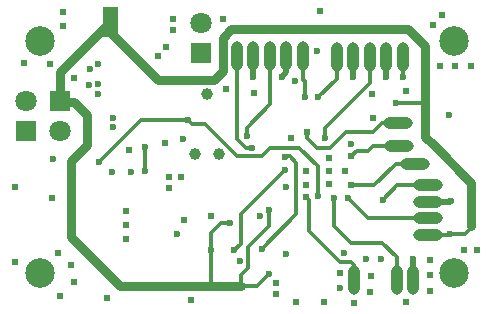
<source format=gbl>
G04 Layer: BottomLayer*
G04 EasyEDA v6.5.40, 2024-02-03 19:01:27*
G04 629f34bd56064ca5b14c1ddf27600c48,2e16165ee3bb4678bfb3015e44e098b9,10*
G04 Gerber Generator version 0.2*
G04 Scale: 100 percent, Rotated: No, Reflected: No *
G04 Dimensions in millimeters *
G04 leading zeros omitted , absolute positions ,4 integer and 5 decimal *
%FSLAX45Y45*%
%MOMM*%

%ADD10C,0.8000*%
%ADD11C,0.3000*%
%ADD12C,0.5000*%
%ADD13O,2.4999949999999997X0.9999979999999999*%
%ADD14O,0.9999979999999999X2.4999949999999997*%
%ADD15C,1.8000*%
%ADD16C,0.0105*%
%ADD17R,1.8000X1.8000*%
%ADD18C,0.9906*%
%ADD19C,2.5000*%
%ADD20C,0.6000*%
%ADD21C,0.6096*%

%LPD*%
G36*
X865174Y-354990D02*
G01*
X861263Y-354228D01*
X857961Y-352044D01*
X855776Y-348742D01*
X855014Y-344830D01*
X855014Y-115163D01*
X855776Y-111252D01*
X857961Y-108000D01*
X861263Y-105765D01*
X865174Y-105003D01*
X974852Y-105003D01*
X978712Y-105765D01*
X982014Y-108000D01*
X984250Y-111252D01*
X985012Y-115163D01*
X985012Y-344830D01*
X984250Y-348742D01*
X982014Y-352044D01*
X978712Y-354228D01*
X974852Y-354990D01*
G37*

%LPD*%
D10*
X2240000Y-290004D02*
G01*
X3439988Y-290004D01*
X3584996Y-435000D01*
X3584996Y-657598D01*
D11*
X2114997Y-1294998D02*
G01*
X2065002Y-1294998D01*
X1989980Y-1219987D01*
X1989980Y-519998D01*
X2075002Y-1199997D02*
G01*
X2075002Y-1124988D01*
X2270000Y-929990D01*
X2270000Y-519998D01*
X2814998Y-1725000D02*
G01*
X2814998Y-1954999D01*
X2959994Y-2099995D01*
X3219983Y-2099995D01*
X3344999Y-2224999D01*
X3344999Y-2419995D01*
X3225043Y-1734870D02*
G01*
X3344923Y-1614985D01*
X3610000Y-1614985D01*
X2929892Y-1724967D02*
G01*
X3099915Y-1894992D01*
X3610000Y-1894992D01*
X2564991Y-870000D02*
G01*
X2564991Y-734999D01*
X2550007Y-720006D01*
X2550007Y-519998D01*
X3394991Y-694997D02*
G01*
X3394991Y-525010D01*
X2679997Y-870000D02*
G01*
X2834990Y-715007D01*
X2834990Y-524997D01*
X2674876Y-1704901D02*
G01*
X2674876Y-1454962D01*
X2515108Y-1294947D01*
X2275047Y-1294947D01*
X2204999Y-1364995D01*
X1989993Y-1364995D01*
X1719994Y-1094996D01*
X1609996Y-1094996D01*
X1579623Y-1064567D01*
X2400051Y-1484939D02*
G01*
X2210048Y-1674931D01*
X1215009Y-1289989D02*
G01*
X1215009Y-1489991D01*
X1215009Y-1489991D01*
D12*
X2975000Y-694997D02*
G01*
X2975000Y-525010D01*
X2129990Y-694997D02*
G01*
X2129990Y-519998D01*
X3254994Y-694997D02*
G01*
X3254994Y-524997D01*
X3484996Y-2240000D02*
G01*
X3484996Y-2419995D01*
X3799992Y-1749996D02*
G01*
X3794993Y-1754987D01*
X3610000Y-1754987D01*
X2370000Y-694997D02*
G01*
X2409997Y-654992D01*
X2409997Y-519998D01*
D10*
X920000Y-235000D02*
G01*
X497098Y-657895D01*
X497098Y-903003D01*
D11*
X1579623Y-1064567D02*
G01*
X1175004Y-1065077D01*
X819998Y-1414995D01*
X1929892Y-1935027D02*
G01*
X1854969Y-1935027D01*
X1774997Y-2014997D01*
X1774997Y-2159998D01*
X1774997Y-2159998D02*
G01*
X1774880Y-2465120D01*
D10*
X1629996Y-719993D02*
G01*
X1794916Y-719993D01*
X1869950Y-644959D01*
X1869950Y-365051D01*
X1944872Y-290121D01*
X2240023Y-290121D01*
X919987Y-315013D02*
G01*
X1324960Y-719993D01*
X1629996Y-719993D01*
D11*
X3339988Y-920000D02*
G01*
X3584996Y-920483D01*
X3794993Y-2029998D02*
G01*
X3789982Y-2035002D01*
X3609987Y-2035002D01*
D10*
X3655788Y-1275786D02*
G01*
X3974988Y-1594998D01*
X3974988Y-1959998D01*
D11*
X3794993Y-2029998D02*
G01*
X3799992Y-2024999D01*
X3924993Y-2024999D01*
X3974988Y-1974999D01*
X3974988Y-1959998D01*
D10*
X497080Y-903020D02*
G01*
X610107Y-905055D01*
X720092Y-1015039D01*
X720092Y-1274881D01*
X584962Y-1410004D01*
X584962Y-2050089D01*
X1000000Y-2465120D01*
X2021842Y-2465120D01*
D11*
X2265001Y-2364996D02*
G01*
X2164867Y-2465120D01*
X2021842Y-2465120D01*
X2021842Y-2465120D02*
G01*
X2024992Y-2461966D01*
X2024992Y-2374993D01*
X2084994Y-2314996D01*
X2084994Y-2140000D01*
X2265001Y-1959998D01*
X2265001Y-1825000D01*
X2210048Y-1674931D02*
G01*
X2024992Y-1859981D01*
X2024992Y-2109998D01*
X1970001Y-2164996D01*
D10*
X3584996Y-657598D02*
G01*
X3584996Y-1204998D01*
X3655788Y-1275786D01*
D11*
X3329993Y-1439999D02*
G01*
X3334992Y-1434998D01*
X3499993Y-1434998D01*
X2960115Y-1614931D02*
G01*
X3155058Y-1614931D01*
X3329993Y-1439997D01*
X2954995Y-1369999D02*
G01*
X3004987Y-1319999D01*
X3105000Y-1319994D01*
X3144987Y-1280007D01*
X3359988Y-1280007D01*
X2584996Y-1159997D02*
G01*
X2584996Y-1214998D01*
X2664995Y-1294998D01*
X2739897Y-1214881D02*
G01*
X2739897Y-1124965D01*
X3115056Y-750062D01*
X3115056Y-525018D01*
X2664965Y-1294892D02*
G01*
X2780035Y-1294892D01*
X2914898Y-1160015D01*
X3144974Y-1160015D01*
X3219978Y-1085011D01*
X3354984Y-1085011D01*
X2400045Y-1374902D02*
G01*
X2404872Y-1370076D01*
X2439924Y-1370076D01*
X2495041Y-1424939D01*
X2495041Y-1860042D01*
X2204974Y-2150110D01*
X2579877Y-1715007D02*
G01*
X2605024Y-1740154D01*
X2605024Y-2005076D01*
X2864865Y-2264918D01*
X2959861Y-2264918D01*
X2985008Y-2290063D01*
X2985008Y-2420112D01*
D13*
G01*
X3499993Y-1434998D03*
G01*
X3359988Y-1280007D03*
G01*
X3354984Y-1085011D03*
D14*
G01*
X2985008Y-2420010D03*
G01*
X3345002Y-2420010D03*
G01*
X3485006Y-2420010D03*
D13*
G01*
X3610000Y-2034997D03*
G01*
X3610000Y-1894992D03*
G01*
X3610000Y-1754987D03*
G01*
X3610000Y-1614982D03*
D14*
G01*
X2550007Y-520014D03*
G01*
X2410002Y-520014D03*
G01*
X2269997Y-520014D03*
G01*
X2129993Y-520014D03*
G01*
X1989988Y-520014D03*
G01*
X3395014Y-524992D03*
G01*
X3255009Y-524992D03*
G01*
X3115005Y-524992D03*
G01*
X2975000Y-524992D03*
G01*
X2834995Y-524992D03*
D15*
G01*
X204978Y-902970D03*
D17*
G01*
X204978Y-1156970D03*
D15*
G01*
X1685036Y-243078D03*
D17*
G01*
X1685036Y-497078D03*
D15*
G01*
X497078Y-1156970D03*
D17*
G01*
X497078Y-902970D03*
D18*
G01*
X1841500Y-1349298D03*
G01*
X1638300Y-1349298D03*
G01*
X1739900Y-841298D03*
D19*
G01*
X324993Y-389991D03*
G01*
X324993Y-2354986D03*
G01*
X3829989Y-394995D03*
G01*
X3829989Y-2353005D03*
D20*
G01*
X939800Y-1044498D03*
G01*
X815009Y-759993D03*
G01*
X812800Y-841298D03*
G01*
X734999Y-764997D03*
G01*
X745007Y-629996D03*
G01*
X812800Y-587298D03*
G01*
X939800Y-1120698D03*
G01*
X2115007Y-1294993D03*
G01*
X2075002Y-1199997D03*
G01*
X1534998Y-1219987D03*
G01*
X1485011Y-2024989D03*
G01*
X2564993Y-870000D03*
G01*
X3085007Y-2240000D03*
G01*
X3210001Y-2240000D03*
G01*
X2929890Y-1724964D03*
G01*
X3225038Y-1734870D03*
G01*
X2815005Y-1724990D03*
G01*
X2675000Y-1705000D03*
G01*
X1579575Y-1064513D03*
G01*
X2680004Y-870000D03*
G01*
X2739999Y-1215009D03*
G01*
X3394989Y-694994D03*
G01*
X2399995Y-1375003D03*
G01*
X2399995Y-1484985D03*
G01*
X1969998Y-2164994D03*
G01*
X2410002Y-1629994D03*
G01*
X2204999Y-2149982D03*
G01*
X2954985Y-1264996D03*
G01*
X2485009Y-734999D03*
G01*
X2020011Y-2254986D03*
G01*
X1215009Y-1289989D03*
G01*
X1215009Y-1489989D03*
G01*
X2669997Y-475005D03*
G01*
X2975000Y-694994D03*
G01*
X2129993Y-694994D03*
G01*
X3255009Y-694994D03*
G01*
X436803Y-1387500D03*
G01*
X934999Y-1499996D03*
G01*
X1094994Y-1499996D03*
G01*
X2859989Y-2480005D03*
G01*
X2404999Y-2199995D03*
G01*
X2899994Y-2184984D03*
G01*
X3485006Y-2240000D03*
G01*
X3799992Y-1750009D03*
G01*
X3785006Y-1015009D03*
G01*
X2369997Y-694994D03*
G01*
X920013Y-154990D03*
G01*
X920013Y-235000D03*
G01*
X920013Y-315010D03*
G01*
X820013Y-1415008D03*
G01*
X584962Y-1639874D03*
G01*
X1775002Y-2159990D03*
G01*
X1929892Y-1935022D03*
G01*
X2185009Y-1875002D03*
G01*
X2240000Y-289991D03*
G01*
X2264994Y-2364994D03*
G01*
X2264994Y-1824989D03*
G01*
X1629994Y-719988D03*
G01*
X3339998Y-919987D03*
G01*
X3655796Y-1275791D03*
G01*
X3585006Y-770001D03*
G01*
X3794988Y-2029993D03*
D21*
G01*
X610006Y-2434996D03*
G01*
X585012Y-2285009D03*
G01*
X494995Y-2554986D03*
G01*
X185013Y-580009D03*
G01*
X515010Y-145008D03*
G01*
X515010Y-264998D03*
G01*
X3710000Y-599998D03*
G01*
X3834993Y-599998D03*
G01*
X3969994Y-599998D03*
G01*
X3650005Y-254990D03*
G01*
X3629990Y-2250008D03*
G01*
X3629990Y-2375001D03*
G01*
X3629990Y-2504998D03*
G01*
X2324988Y-2445004D03*
G01*
X2324988Y-2534996D03*
G01*
X1540002Y-1910003D03*
G01*
X1415008Y-1540002D03*
G01*
X1419987Y-1640001D03*
G01*
X1515008Y-1540002D03*
G01*
X889990Y-2564993D03*
G01*
X1054988Y-1829993D03*
G01*
X1054988Y-1950008D03*
G01*
X1054988Y-2064994D03*
G01*
X2910001Y-1494993D03*
G01*
X2769997Y-1385011D03*
G01*
X2580004Y-1610004D03*
G01*
X2134997Y-834999D03*
G01*
X1899996Y-794994D03*
G01*
X3419983Y-815009D03*
G01*
X1775002Y-1869998D03*
G01*
X1450009Y-205003D03*
G01*
X1450009Y-299999D03*
G01*
X1389989Y-445007D03*
G01*
X1319987Y-519988D03*
G01*
X424992Y-1719986D03*
G01*
X3915003Y-2159990D03*
G01*
X4024985Y-2159990D03*
G01*
X1075004Y-1315008D03*
G01*
X615010Y-705002D03*
G01*
X2489987Y-2604998D03*
G01*
X2729991Y-2599994D03*
G01*
X3419983Y-2599994D03*
G01*
X1605000Y-2585008D03*
G01*
X2960115Y-1614931D03*
G01*
X2954985Y-1369999D03*
G01*
X3139998Y-1045006D03*
G01*
X2585008Y-1159992D03*
G01*
X2580004Y-1715007D03*
G01*
X2864993Y-2359990D03*
G01*
X2985008Y-2609977D03*
G01*
X3124987Y-2380005D03*
G01*
X3119983Y-2515006D03*
G01*
X2769997Y-1494993D03*
G01*
X2769997Y-1605000D03*
G01*
X2450007Y-1215009D03*
G01*
X2580004Y-1494993D03*
G01*
X410006Y-585012D03*
G01*
X115011Y-1629994D03*
G01*
X480009Y-2185009D03*
G01*
X115011Y-2259990D03*
G01*
X1869998Y-205003D03*
G01*
X1380007Y-1259992D03*
G01*
X2694990Y-135001D03*
G01*
X3724986Y-170002D03*
G01*
X3134995Y-845007D03*
M02*

</source>
